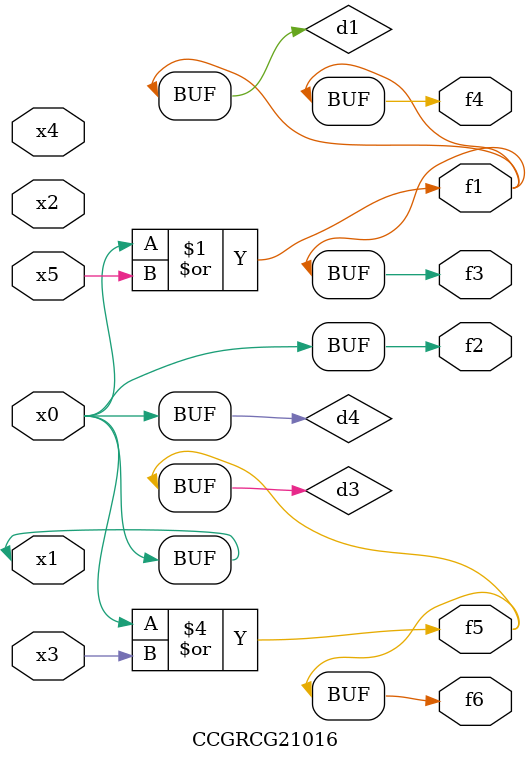
<source format=v>
module CCGRCG21016(
	input x0, x1, x2, x3, x4, x5,
	output f1, f2, f3, f4, f5, f6
);

	wire d1, d2, d3, d4;

	or (d1, x0, x5);
	xnor (d2, x1, x4);
	or (d3, x0, x3);
	buf (d4, x0, x1);
	assign f1 = d1;
	assign f2 = d4;
	assign f3 = d1;
	assign f4 = d1;
	assign f5 = d3;
	assign f6 = d3;
endmodule

</source>
